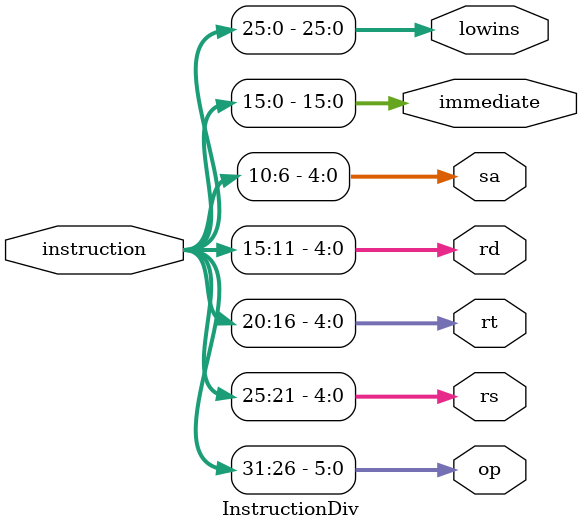
<source format=v>
`timescale 1ns / 1ps


module InstructionDiv(
    input [31:0] instruction,
    output [5:0] op,
    output [4:0] rs,
    output [4:0] rt,
    output [4:0] rd,
    output [4:0] sa,
    output [15:0] immediate,
    output [25:0] lowins
    );

	assign op = instruction[31:26];
    assign rs = instruction[25:21];
    assign rt = instruction[20:16];
    assign rd = instruction[15:11];
    assign immediate = instruction[15:0];
    assign sa = instruction[10:6];
    assign lowins = instruction[25:0];
    
endmodule

</source>
